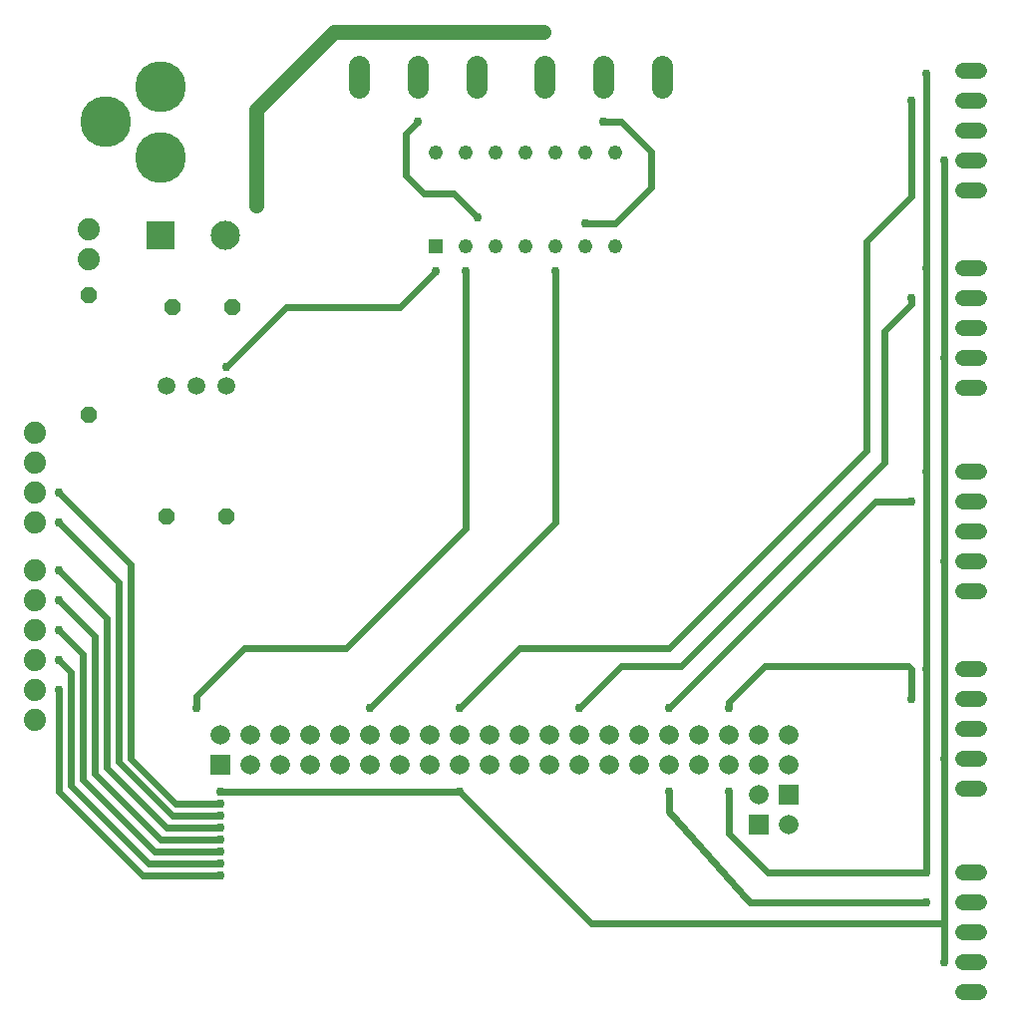
<source format=gbr>
G04 EAGLE Gerber RS-274X export*
G75*
%MOMM*%
%FSLAX34Y34*%
%LPD*%
%INTop Copper*%
%IPPOS*%
%AMOC8*
5,1,8,0,0,1.08239X$1,22.5*%
G01*
%ADD10R,1.665000X1.665000*%
%ADD11C,1.665000*%
%ADD12C,1.320800*%
%ADD13R,1.238000X1.238000*%
%ADD14C,1.238000*%
%ADD15C,1.508000*%
%ADD16C,4.318000*%
%ADD17C,1.790700*%
%ADD18P,1.429621X8X22.500000*%
%ADD19P,1.429621X8X202.500000*%
%ADD20R,2.475000X2.475000*%
%ADD21C,2.475000*%
%ADD22C,1.879600*%
%ADD23P,1.429621X8X292.500000*%
%ADD24C,0.756400*%
%ADD25C,0.609600*%
%ADD26C,1.270000*%


D10*
X223430Y261760D03*
D11*
X223430Y287160D03*
X248830Y261760D03*
X248830Y287160D03*
X274230Y261760D03*
X274230Y287160D03*
X299630Y261760D03*
X299630Y287160D03*
X325030Y261760D03*
X325030Y287160D03*
X350430Y261760D03*
X350430Y287160D03*
X375830Y261760D03*
X375830Y287160D03*
X401230Y261760D03*
X401230Y287160D03*
X426630Y261760D03*
X426630Y287160D03*
X452030Y261760D03*
X452030Y287160D03*
X477430Y261760D03*
X477430Y287160D03*
X502830Y261760D03*
X502830Y287160D03*
X528230Y261760D03*
X528230Y287160D03*
X553630Y261760D03*
X553630Y287160D03*
X579030Y261760D03*
X579030Y287160D03*
X604430Y261760D03*
X604430Y287160D03*
X629830Y261760D03*
X629830Y287160D03*
X655230Y261760D03*
X655230Y287160D03*
X680630Y261760D03*
X680630Y287160D03*
X706030Y261760D03*
X706030Y287160D03*
D10*
X706030Y236360D03*
D11*
X680630Y236360D03*
D10*
X680630Y210960D03*
D11*
X706030Y210960D03*
D12*
X854456Y68580D02*
X867664Y68580D01*
X867664Y93980D02*
X854456Y93980D01*
X854456Y119380D02*
X867664Y119380D01*
X867664Y144780D02*
X854456Y144780D01*
X854456Y170180D02*
X867664Y170180D01*
X867664Y241300D02*
X854456Y241300D01*
X854456Y266700D02*
X867664Y266700D01*
X867664Y292100D02*
X854456Y292100D01*
X854456Y317500D02*
X867664Y317500D01*
X867664Y342900D02*
X854456Y342900D01*
X854456Y408940D02*
X867664Y408940D01*
X867664Y434340D02*
X854456Y434340D01*
X854456Y459740D02*
X867664Y459740D01*
X867664Y485140D02*
X854456Y485140D01*
X854456Y510540D02*
X867664Y510540D01*
X867664Y581660D02*
X854456Y581660D01*
X854456Y607060D02*
X867664Y607060D01*
X867664Y632460D02*
X854456Y632460D01*
X854456Y657860D02*
X867664Y657860D01*
X867664Y683260D02*
X854456Y683260D01*
X854456Y749300D02*
X867664Y749300D01*
X867664Y774700D02*
X854456Y774700D01*
X854456Y800100D02*
X867664Y800100D01*
X867664Y825500D02*
X854456Y825500D01*
X854456Y850900D02*
X867664Y850900D01*
D13*
X406400Y701980D03*
D14*
X431800Y701980D03*
X457200Y701980D03*
X482600Y701980D03*
X508000Y701980D03*
X533400Y701980D03*
X558800Y701980D03*
X558800Y781380D03*
X533400Y781380D03*
X508000Y781380D03*
X482600Y781380D03*
X457200Y781380D03*
X431800Y781380D03*
X406400Y781380D03*
D15*
X177800Y583020D03*
X203200Y583020D03*
X228600Y583020D03*
D16*
X172720Y777400D03*
X172720Y837400D03*
X125720Y807400D03*
D17*
X341160Y836667D02*
X341160Y854574D01*
X391160Y854574D02*
X391160Y836667D01*
X441160Y836667D02*
X441160Y854574D01*
X498640Y854574D02*
X498640Y836667D01*
X548640Y836667D02*
X548640Y854574D01*
X598640Y854574D02*
X598640Y836667D01*
D18*
X182880Y650240D03*
X233680Y650240D03*
D19*
X228600Y472440D03*
X177800Y472440D03*
D20*
X172720Y711200D03*
D21*
X227720Y711200D03*
D22*
X66040Y467360D03*
X66040Y492760D03*
X66040Y518160D03*
X66040Y543560D03*
X111760Y690880D03*
X111760Y716280D03*
D23*
X111760Y660400D03*
X111760Y558800D03*
D22*
X66040Y426720D03*
X66040Y401320D03*
X66040Y375920D03*
X66040Y350520D03*
X66040Y325120D03*
X66040Y299720D03*
D24*
X822960Y683260D03*
X822960Y510540D03*
X822960Y342900D03*
X822960Y170180D03*
D25*
X822960Y342900D02*
X822960Y510540D01*
X822960Y342900D02*
X822960Y170180D01*
X822960Y510540D02*
X822960Y683260D01*
X822960Y848360D01*
D24*
X822960Y848360D03*
D25*
X655320Y203200D02*
X688340Y170180D01*
X822960Y170180D01*
D24*
X655320Y238760D03*
D25*
X655320Y203200D01*
X673230Y144780D02*
X822960Y144780D01*
D24*
X822960Y144780D03*
D25*
X673230Y144780D02*
X604520Y221343D01*
D24*
X604520Y238760D03*
D25*
X604520Y221343D01*
D24*
X810260Y317500D03*
D25*
X810260Y342900D01*
X807720Y345440D01*
D24*
X655320Y309880D03*
D25*
X655320Y314960D01*
X685800Y345440D01*
X807720Y345440D01*
D24*
X810260Y485140D03*
X604520Y309880D03*
D25*
X779780Y485140D02*
X810260Y485140D01*
X779780Y485140D02*
X604520Y309880D01*
D24*
X810260Y657860D03*
D25*
X810260Y652780D01*
X787400Y629920D01*
X787400Y518160D02*
X614680Y345440D01*
X787400Y518160D02*
X787400Y629920D01*
D24*
X528320Y309880D03*
D25*
X563880Y345440D01*
X614680Y345440D01*
D24*
X810260Y825500D03*
X426720Y309880D03*
D25*
X477520Y360680D01*
X604520Y360680D01*
X772160Y528320D01*
X810260Y744220D02*
X810260Y825500D01*
X772160Y706120D02*
X772160Y528320D01*
X772160Y706120D02*
X810260Y744220D01*
X838200Y266700D02*
X838200Y127000D01*
X838200Y93980D01*
X838200Y266700D02*
X838200Y434340D01*
X838200Y607060D01*
D24*
X838200Y774700D03*
X838200Y434340D03*
X838200Y266700D03*
X838200Y93980D03*
D25*
X838200Y607060D02*
X838200Y774700D01*
D24*
X838200Y607060D03*
X223520Y238760D03*
D25*
X426720Y238760D01*
D24*
X426720Y238760D03*
D25*
X538480Y127000D01*
X838200Y127000D01*
D24*
X223520Y208280D03*
D25*
X177800Y208280D01*
X127000Y259080D01*
X127000Y386080D02*
X86360Y426720D01*
X127000Y386080D02*
X127000Y259080D01*
D24*
X86360Y426720D03*
D25*
X203200Y320040D02*
X243840Y360680D01*
D24*
X431800Y680720D03*
D25*
X330200Y360680D02*
X243840Y360680D01*
X330200Y360680D02*
X431800Y462280D01*
X431800Y680720D01*
D24*
X203200Y309880D03*
D25*
X203200Y320040D01*
D24*
X508000Y680720D03*
X350520Y309880D03*
D25*
X508000Y467360D01*
X508000Y680720D01*
D24*
X406400Y680720D03*
D25*
X375920Y650240D01*
X279400Y650240D02*
X228600Y599440D01*
X279400Y650240D02*
X375920Y650240D01*
D24*
X228600Y599440D03*
X441960Y726440D03*
D25*
X421640Y746760D01*
X396240Y746760D01*
X381000Y762000D01*
X381000Y797560D02*
X391160Y807720D01*
X381000Y797560D02*
X381000Y762000D01*
D24*
X391160Y807720D03*
X254000Y736600D03*
D26*
X254000Y817880D01*
X320040Y883920D01*
X340360Y883920D01*
X497840Y883920D01*
D24*
X340360Y883920D03*
X497840Y883920D03*
X533400Y721360D03*
X548640Y807720D03*
D25*
X558800Y721360D02*
X533400Y721360D01*
X558800Y721360D02*
X589280Y751840D01*
X589280Y782320D01*
X563880Y807720D01*
X548640Y807720D01*
D24*
X86360Y467360D03*
D25*
X137160Y416560D01*
X137160Y264160D02*
X182880Y218440D01*
X137160Y264160D02*
X137160Y416560D01*
X182880Y218440D02*
X223520Y218440D01*
D24*
X223520Y218440D03*
X223520Y228600D03*
X86360Y492760D03*
D25*
X147522Y431598D01*
X147522Y266290D01*
X185212Y228600D01*
X223520Y228600D01*
D24*
X223520Y187960D03*
D25*
X167640Y187960D02*
X106680Y248920D01*
X167640Y187960D02*
X223520Y187960D01*
X106680Y355600D02*
X86360Y375920D01*
X106680Y355600D02*
X106680Y248920D01*
D24*
X86360Y375920D03*
X223520Y177800D03*
D25*
X162560Y177800D01*
X96520Y243840D01*
X96520Y340360D01*
X86360Y350520D01*
D24*
X86360Y350520D03*
X223520Y198120D03*
D25*
X116840Y253384D02*
X116840Y370840D01*
X86360Y401320D01*
X172104Y198120D02*
X223520Y198120D01*
X172104Y198120D02*
X116840Y253384D01*
D24*
X86360Y401320D03*
X223520Y167640D03*
D25*
X157480Y167640D01*
X86360Y238760D01*
X86360Y325120D01*
D24*
X86360Y325120D03*
M02*

</source>
